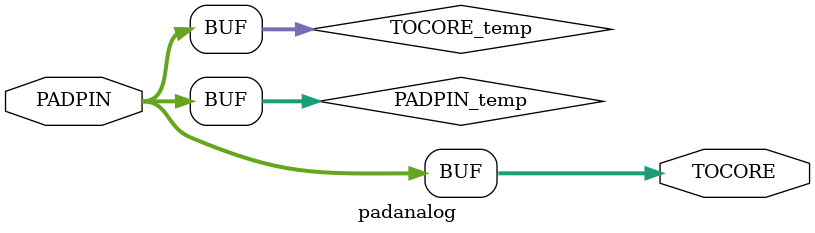
<source format=v>
module padanalog(PADPIN,TOCORE);
  parameter M = 7;
  parameter N = 0;
  parameter PTYPE = "PLAIN";
  parameter YPITCH = "4MA";
  parameter SLIM_FLAG = 0;
  parameter
        d_PADPIN = 0,
        d_TOCORE = 1;
  input [M:N] PADPIN;
  output [M:N] TOCORE;
  wire [M:N] PADPIN_temp;
  reg [M:N] TOCORE_temp;
  assign #(d_PADPIN) PADPIN_temp = PADPIN;
  assign #(d_TOCORE) TOCORE = TOCORE_temp;
  always
    @(PADPIN_temp)
      TOCORE_temp = PADPIN_temp;
endmodule

</source>
